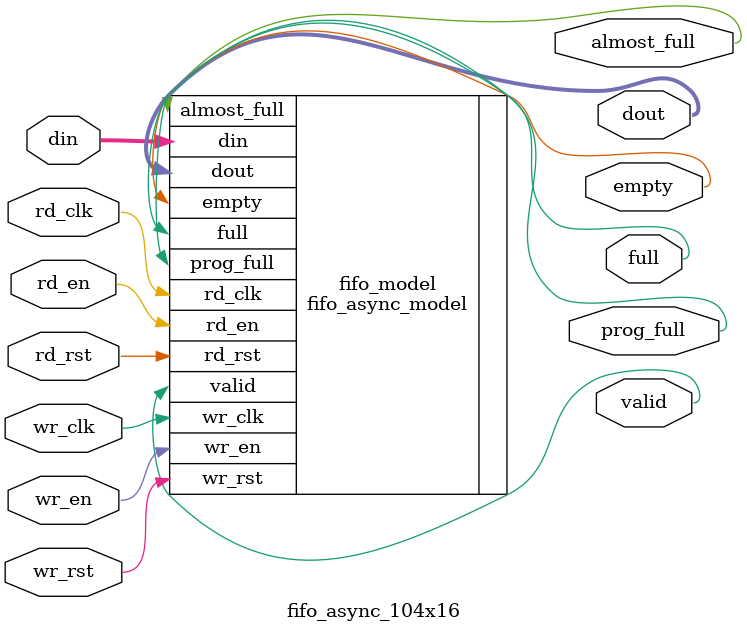
<source format=v>
/* Model for xilinx async fifo*/
module fifo_async_104x16 
   (/*AUTOARG*/
   // Outputs
   full, prog_full, almost_full, dout, empty, valid,
   // Inputs
   wr_rst, rd_rst, wr_clk, rd_clk, wr_en, din, rd_en
   );
   
   parameter DW     = 104;//104 wide
   parameter DEPTH  = 16; //
   
   //##########
   //# RESET/CLOCK
   //##########
   input           wr_rst;     //asynchronous reset
   input           rd_rst;     //asynchronous reset
   input           wr_clk;    //write clock   
   input           rd_clk;    //read clock   

   //##########
   //# FIFO WRITE
   //##########
   input           wr_en;   
   input  [DW-1:0] din;
   output          full;
   output 	   prog_full;
   output 	   almost_full;
   
   //###########
   //# FIFO READ
   //###########
   input 	   rd_en;
   output [DW-1:0] dout;
   output          empty;
   output          valid;

   defparam fifo_model.DW=104;   
   defparam fifo_model.DEPTH=16;   

   fifo_async_model fifo_model (/*AUTOINST*/
				// Outputs
				.full		(full),
				.prog_full	(prog_full),
				.almost_full	(almost_full),
				.dout		(dout[DW-1:0]),
				.empty		(empty),
				.valid		(valid),
				// Inputs
				.wr_rst		(wr_rst),
				.rd_rst		(rd_rst),
				.wr_clk		(wr_clk),
				.rd_clk		(rd_clk),
				.wr_en		(wr_en),
				.din		(din[DW-1:0]),
				.rd_en		(rd_en));
      
      
endmodule // fifo_async
// Local Variables:
// verilog-library-directories:("." "../../memory/hdl")
// End:

/*
  Copyright (C) 2013 Adapteva, Inc.
  Contributed by Andreas Olofsson, Roman Trogan <support@adapteva.com>

  This program is free software: you can redistribute it and/or modify
  it under the terms of the GNU General Public License as published by
  the Free Software Foundation, either version 3 of the License, or
  (at your option) any later version.

  This program is distributed in the hope that it will be useful,
  but WITHOUT ANY WARRANTY; without even the implied warranty of
  MERCHANTABILITY or FITNESS FOR A PARTICULAR PURPOSE.  See the
  GNU General Public License for more details.

  You should have received a copy of the GNU General Public License
  along with this program (see the file COPYING).  If not, see
  <http://www.gnu.org/licenses/>.
*/

</source>
